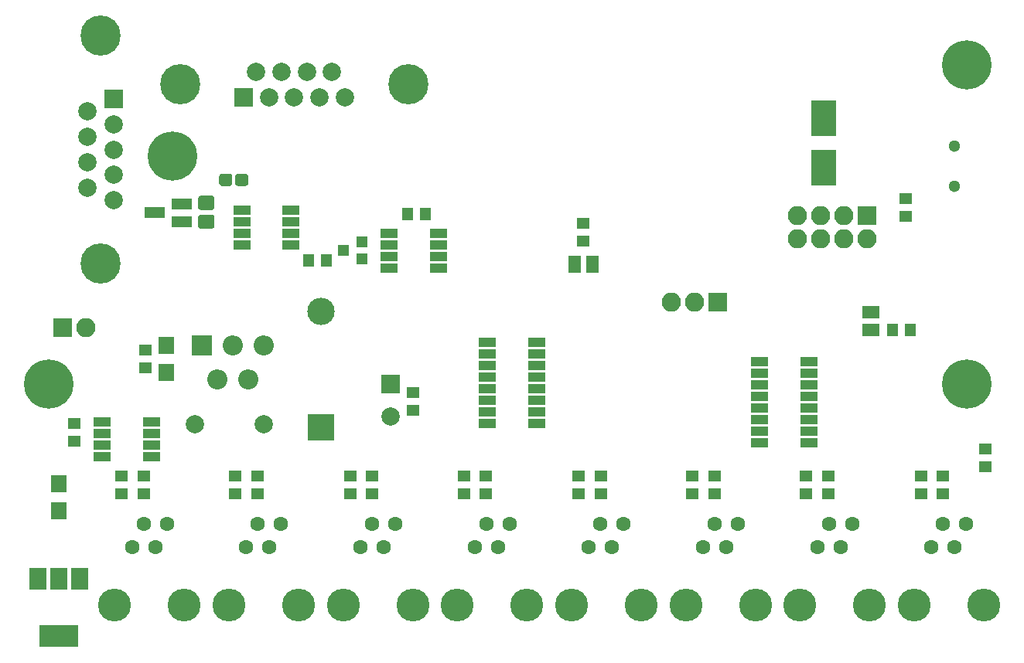
<source format=gbr>
G04 #@! TF.GenerationSoftware,KiCad,Pcbnew,(6.0.0-rc1-dev-1613-ga55d9819b)*
G04 #@! TF.CreationDate,2019-06-13T11:48:21+03:00
G04 #@! TF.ProjectId,stm32,73746d33-322e-46b6-9963-61645f706362,rev?*
G04 #@! TF.SameCoordinates,Original*
G04 #@! TF.FileFunction,Soldermask,Bot*
G04 #@! TF.FilePolarity,Negative*
%FSLAX46Y46*%
G04 Gerber Fmt 4.6, Leading zero omitted, Abs format (unit mm)*
G04 Created by KiCad (PCBNEW (6.0.0-rc1-dev-1613-ga55d9819b)) date Чт 13 июн 2019 11:48:21*
%MOMM*%
%LPD*%
G04 APERTURE LIST*
%ADD10R,2.000000X2.000000*%
%ADD11C,2.000000*%
%ADD12R,1.400000X1.245000*%
%ADD13C,5.400000*%
%ADD14C,1.600000*%
%ADD15C,3.600000*%
%ADD16R,1.800000X1.935000*%
%ADD17R,3.000000X3.000000*%
%ADD18O,3.000000X3.000000*%
%ADD19R,1.300000X1.200000*%
%ADD20R,2.700000X3.900000*%
%ADD21R,1.370000X1.900000*%
%ADD22R,1.900000X1.370000*%
%ADD23R,2.100000X2.100000*%
%ADD24O,2.100000X2.100000*%
%ADD25C,1.300000*%
%ADD26R,2.300000X1.200000*%
%ADD27R,1.245000X1.400000*%
%ADD28R,4.200000X2.400000*%
%ADD29R,1.900000X2.400000*%
%ADD30R,1.950000X1.000000*%
%ADD31R,1.900000X1.000000*%
%ADD32R,2.200000X2.200000*%
%ADD33O,2.200000X2.200000*%
%ADD34C,0.100000*%
%ADD35C,1.550000*%
%ADD36C,4.400000*%
%ADD37C,1.350000*%
G04 APERTURE END LIST*
D10*
X65849500Y-108013500D03*
D11*
X65849500Y-111513500D03*
D12*
X122301000Y-89618500D03*
X122301000Y-87693500D03*
D13*
X42000000Y-83000000D03*
D14*
X87595000Y-125800000D03*
X88865000Y-123260000D03*
X90135000Y-125800000D03*
X91405000Y-123260000D03*
D15*
X85690000Y-132150000D03*
X93310000Y-132150000D03*
D14*
X75095000Y-125800000D03*
X76365000Y-123260000D03*
X77635000Y-125800000D03*
X78905000Y-123260000D03*
D15*
X73190000Y-132150000D03*
X80810000Y-132150000D03*
D14*
X37595000Y-125800000D03*
X38865000Y-123260000D03*
X40135000Y-125800000D03*
X41405000Y-123260000D03*
D15*
X35690000Y-132150000D03*
X43310000Y-132150000D03*
D14*
X50095000Y-125800000D03*
X51365000Y-123260000D03*
X52635000Y-125800000D03*
X53905000Y-123260000D03*
D15*
X48190000Y-132150000D03*
X55810000Y-132150000D03*
D14*
X62595000Y-125800000D03*
X63865000Y-123260000D03*
X65135000Y-125800000D03*
X66405000Y-123260000D03*
D15*
X60690000Y-132150000D03*
X68310000Y-132150000D03*
D14*
X100095000Y-125800000D03*
X101365000Y-123260000D03*
X102635000Y-125800000D03*
X103905000Y-123260000D03*
D15*
X98190000Y-132150000D03*
X105810000Y-132150000D03*
D14*
X112595000Y-125800000D03*
X113865000Y-123260000D03*
X115135000Y-125800000D03*
X116405000Y-123260000D03*
D15*
X110690000Y-132150000D03*
X118310000Y-132150000D03*
D14*
X125095000Y-125800000D03*
X126365000Y-123260000D03*
X127635000Y-125800000D03*
X128905000Y-123260000D03*
D15*
X123190000Y-132150000D03*
X130810000Y-132150000D03*
D13*
X28500000Y-108000000D03*
X129000000Y-73000000D03*
X129000000Y-108000000D03*
D16*
X41351200Y-103784400D03*
X41351200Y-106719400D03*
X29591000Y-121863500D03*
X29591000Y-118928500D03*
D12*
X31242000Y-114246500D03*
X31242000Y-112321500D03*
X68326000Y-108902500D03*
X68326000Y-110827500D03*
X39014400Y-104241600D03*
X39014400Y-106166600D03*
D17*
X58229500Y-112712500D03*
D18*
X58229500Y-100012500D03*
D19*
X62738000Y-92397500D03*
X62738000Y-94297500D03*
X60738000Y-93347500D03*
D20*
X113284000Y-78834000D03*
X113284000Y-84234000D03*
D21*
X86040000Y-94869000D03*
X87950000Y-94869000D03*
D22*
X118491000Y-100137000D03*
X118491000Y-102047000D03*
D23*
X29972000Y-101803200D03*
D24*
X32512000Y-101803200D03*
D11*
X52006500Y-112395000D03*
X44506500Y-112395000D03*
D23*
X101727000Y-99034000D03*
D24*
X99187000Y-99034000D03*
X96647000Y-99034000D03*
D25*
X127639000Y-86274000D03*
X127639000Y-81874000D03*
D26*
X43053000Y-88270000D03*
X43053000Y-90170000D03*
X40053000Y-89220000D03*
D12*
X131000000Y-117000000D03*
X131000000Y-115075000D03*
D27*
X122745500Y-102044500D03*
X120820500Y-102044500D03*
X67734500Y-89344500D03*
X69659500Y-89344500D03*
D12*
X36449000Y-119961500D03*
X36449000Y-118036500D03*
X38862000Y-119961500D03*
X38862000Y-118036500D03*
X48895000Y-119961500D03*
X48895000Y-118036500D03*
X51308000Y-119961500D03*
X51308000Y-118036500D03*
X61468000Y-119961500D03*
X61468000Y-118036500D03*
X63881000Y-119961500D03*
X63881000Y-118036500D03*
X73914000Y-119961500D03*
X73914000Y-118036500D03*
X76327000Y-119961500D03*
X76327000Y-118036500D03*
X86487000Y-119961500D03*
X86487000Y-118036500D03*
X88900000Y-119961500D03*
X88900000Y-118036500D03*
X98933000Y-119961500D03*
X98933000Y-118036500D03*
X101346000Y-119961500D03*
X101346000Y-118036500D03*
X111379000Y-119961500D03*
X111379000Y-118036500D03*
X113792000Y-119961500D03*
X113792000Y-118036500D03*
X123952000Y-119961500D03*
X123952000Y-118036500D03*
X126365000Y-119961500D03*
X126365000Y-118036500D03*
D27*
X58864500Y-94424500D03*
X56939500Y-94424500D03*
D12*
X86995000Y-92329000D03*
X86995000Y-90404000D03*
D28*
X29591000Y-135611000D03*
D29*
X29591000Y-129311000D03*
X31891000Y-129311000D03*
X27291000Y-129311000D03*
D30*
X71153000Y-91440000D03*
X71153000Y-92710000D03*
X71153000Y-93980000D03*
X71153000Y-95250000D03*
X65753000Y-95250000D03*
X65753000Y-93980000D03*
X65753000Y-92710000D03*
X65753000Y-91440000D03*
D31*
X76500000Y-112270000D03*
X76500000Y-111000000D03*
X76500000Y-109730000D03*
X76500000Y-108460000D03*
X76500000Y-107190000D03*
X76500000Y-105920000D03*
X76500000Y-104650000D03*
X76500000Y-103380000D03*
X81900000Y-103380000D03*
X81900000Y-104650000D03*
X81900000Y-105920000D03*
X81900000Y-107190000D03*
X81900000Y-108460000D03*
X81900000Y-109730000D03*
X81900000Y-111000000D03*
X81900000Y-112270000D03*
X111700000Y-105555000D03*
X111700000Y-106825000D03*
X111700000Y-108095000D03*
X111700000Y-109365000D03*
X111700000Y-110635000D03*
X111700000Y-111905000D03*
X111700000Y-113175000D03*
X111700000Y-114445000D03*
X106300000Y-114445000D03*
X106300000Y-113175000D03*
X106300000Y-111905000D03*
X106300000Y-110635000D03*
X106300000Y-109365000D03*
X106300000Y-108095000D03*
X106300000Y-106825000D03*
X106300000Y-105555000D03*
D30*
X34300000Y-115905000D03*
X34300000Y-114635000D03*
X34300000Y-113365000D03*
X34300000Y-112095000D03*
X39700000Y-112095000D03*
X39700000Y-113365000D03*
X39700000Y-114635000D03*
X39700000Y-115905000D03*
X49591000Y-92710000D03*
X49591000Y-91440000D03*
X49591000Y-90170000D03*
X49591000Y-88900000D03*
X54991000Y-88900000D03*
X54991000Y-90170000D03*
X54991000Y-91440000D03*
X54991000Y-92710000D03*
D32*
X45212000Y-103759000D03*
D33*
X46912000Y-107459000D03*
X48612000Y-103759000D03*
X50312000Y-107459000D03*
X52012000Y-103759000D03*
D34*
G36*
X46316071Y-89396623D02*
G01*
X46348781Y-89401475D01*
X46380857Y-89409509D01*
X46411991Y-89420649D01*
X46441884Y-89434787D01*
X46470247Y-89451787D01*
X46496807Y-89471485D01*
X46521308Y-89493692D01*
X46543515Y-89518193D01*
X46563213Y-89544753D01*
X46580213Y-89573116D01*
X46594351Y-89603009D01*
X46605491Y-89634143D01*
X46613525Y-89666219D01*
X46618377Y-89698929D01*
X46620000Y-89731956D01*
X46620000Y-90608044D01*
X46618377Y-90641071D01*
X46613525Y-90673781D01*
X46605491Y-90705857D01*
X46594351Y-90736991D01*
X46580213Y-90766884D01*
X46563213Y-90795247D01*
X46543515Y-90821807D01*
X46521308Y-90846308D01*
X46496807Y-90868515D01*
X46470247Y-90888213D01*
X46441884Y-90905213D01*
X46411991Y-90919351D01*
X46380857Y-90930491D01*
X46348781Y-90938525D01*
X46316071Y-90943377D01*
X46283044Y-90945000D01*
X45156956Y-90945000D01*
X45123929Y-90943377D01*
X45091219Y-90938525D01*
X45059143Y-90930491D01*
X45028009Y-90919351D01*
X44998116Y-90905213D01*
X44969753Y-90888213D01*
X44943193Y-90868515D01*
X44918692Y-90846308D01*
X44896485Y-90821807D01*
X44876787Y-90795247D01*
X44859787Y-90766884D01*
X44845649Y-90736991D01*
X44834509Y-90705857D01*
X44826475Y-90673781D01*
X44821623Y-90641071D01*
X44820000Y-90608044D01*
X44820000Y-89731956D01*
X44821623Y-89698929D01*
X44826475Y-89666219D01*
X44834509Y-89634143D01*
X44845649Y-89603009D01*
X44859787Y-89573116D01*
X44876787Y-89544753D01*
X44896485Y-89518193D01*
X44918692Y-89493692D01*
X44943193Y-89471485D01*
X44969753Y-89451787D01*
X44998116Y-89434787D01*
X45028009Y-89420649D01*
X45059143Y-89409509D01*
X45091219Y-89401475D01*
X45123929Y-89396623D01*
X45156956Y-89395000D01*
X46283044Y-89395000D01*
X46316071Y-89396623D01*
X46316071Y-89396623D01*
G37*
D35*
X45720000Y-90170000D03*
D34*
G36*
X46316071Y-87346623D02*
G01*
X46348781Y-87351475D01*
X46380857Y-87359509D01*
X46411991Y-87370649D01*
X46441884Y-87384787D01*
X46470247Y-87401787D01*
X46496807Y-87421485D01*
X46521308Y-87443692D01*
X46543515Y-87468193D01*
X46563213Y-87494753D01*
X46580213Y-87523116D01*
X46594351Y-87553009D01*
X46605491Y-87584143D01*
X46613525Y-87616219D01*
X46618377Y-87648929D01*
X46620000Y-87681956D01*
X46620000Y-88558044D01*
X46618377Y-88591071D01*
X46613525Y-88623781D01*
X46605491Y-88655857D01*
X46594351Y-88686991D01*
X46580213Y-88716884D01*
X46563213Y-88745247D01*
X46543515Y-88771807D01*
X46521308Y-88796308D01*
X46496807Y-88818515D01*
X46470247Y-88838213D01*
X46441884Y-88855213D01*
X46411991Y-88869351D01*
X46380857Y-88880491D01*
X46348781Y-88888525D01*
X46316071Y-88893377D01*
X46283044Y-88895000D01*
X45156956Y-88895000D01*
X45123929Y-88893377D01*
X45091219Y-88888525D01*
X45059143Y-88880491D01*
X45028009Y-88869351D01*
X44998116Y-88855213D01*
X44969753Y-88838213D01*
X44943193Y-88818515D01*
X44918692Y-88796308D01*
X44896485Y-88771807D01*
X44876787Y-88745247D01*
X44859787Y-88716884D01*
X44845649Y-88686991D01*
X44834509Y-88655857D01*
X44826475Y-88623781D01*
X44821623Y-88591071D01*
X44820000Y-88558044D01*
X44820000Y-87681956D01*
X44821623Y-87648929D01*
X44826475Y-87616219D01*
X44834509Y-87584143D01*
X44845649Y-87553009D01*
X44859787Y-87523116D01*
X44876787Y-87494753D01*
X44896485Y-87468193D01*
X44918692Y-87443692D01*
X44943193Y-87421485D01*
X44969753Y-87401787D01*
X44998116Y-87384787D01*
X45028009Y-87370649D01*
X45059143Y-87359509D01*
X45091219Y-87351475D01*
X45123929Y-87346623D01*
X45156956Y-87345000D01*
X46283044Y-87345000D01*
X46316071Y-87346623D01*
X46316071Y-87346623D01*
G37*
D35*
X45720000Y-88120000D03*
D10*
X49784000Y-76581000D03*
D11*
X52554000Y-76581000D03*
X55324000Y-76581000D03*
X58094000Y-76581000D03*
X60864000Y-76581000D03*
X51169000Y-73741000D03*
X53939000Y-73741000D03*
X56709000Y-73741000D03*
X59479000Y-73741000D03*
D36*
X67824000Y-75161000D03*
X42824000Y-75161000D03*
D10*
X35542500Y-76744000D03*
D11*
X35542500Y-79514000D03*
X35542500Y-82284000D03*
X35542500Y-85054000D03*
X35542500Y-87824000D03*
X32702500Y-78129000D03*
X32702500Y-80899000D03*
X32702500Y-83669000D03*
X32702500Y-86439000D03*
D36*
X34122500Y-69784000D03*
X34122500Y-94784000D03*
D23*
X118040000Y-89500000D03*
D24*
X118040000Y-92040000D03*
X115500000Y-89500000D03*
X115500000Y-92040000D03*
X112960000Y-89500000D03*
X112960000Y-92040000D03*
X110420000Y-89500000D03*
X110420000Y-92040000D03*
D34*
G36*
X48264081Y-84924625D02*
G01*
X48296843Y-84929485D01*
X48328971Y-84937533D01*
X48360156Y-84948691D01*
X48390096Y-84962852D01*
X48418505Y-84979879D01*
X48445108Y-84999609D01*
X48469649Y-85021851D01*
X48491891Y-85046392D01*
X48511621Y-85072995D01*
X48528648Y-85101404D01*
X48542809Y-85131344D01*
X48553967Y-85162529D01*
X48562015Y-85194657D01*
X48566875Y-85227419D01*
X48568500Y-85260500D01*
X48568500Y-85935500D01*
X48566875Y-85968581D01*
X48562015Y-86001343D01*
X48553967Y-86033471D01*
X48542809Y-86064656D01*
X48528648Y-86094596D01*
X48511621Y-86123005D01*
X48491891Y-86149608D01*
X48469649Y-86174149D01*
X48445108Y-86196391D01*
X48418505Y-86216121D01*
X48390096Y-86233148D01*
X48360156Y-86247309D01*
X48328971Y-86258467D01*
X48296843Y-86266515D01*
X48264081Y-86271375D01*
X48231000Y-86273000D01*
X47456000Y-86273000D01*
X47422919Y-86271375D01*
X47390157Y-86266515D01*
X47358029Y-86258467D01*
X47326844Y-86247309D01*
X47296904Y-86233148D01*
X47268495Y-86216121D01*
X47241892Y-86196391D01*
X47217351Y-86174149D01*
X47195109Y-86149608D01*
X47175379Y-86123005D01*
X47158352Y-86094596D01*
X47144191Y-86064656D01*
X47133033Y-86033471D01*
X47124985Y-86001343D01*
X47120125Y-85968581D01*
X47118500Y-85935500D01*
X47118500Y-85260500D01*
X47120125Y-85227419D01*
X47124985Y-85194657D01*
X47133033Y-85162529D01*
X47144191Y-85131344D01*
X47158352Y-85101404D01*
X47175379Y-85072995D01*
X47195109Y-85046392D01*
X47217351Y-85021851D01*
X47241892Y-84999609D01*
X47268495Y-84979879D01*
X47296904Y-84962852D01*
X47326844Y-84948691D01*
X47358029Y-84937533D01*
X47390157Y-84929485D01*
X47422919Y-84924625D01*
X47456000Y-84923000D01*
X48231000Y-84923000D01*
X48264081Y-84924625D01*
X48264081Y-84924625D01*
G37*
D37*
X47843500Y-85598000D03*
D34*
G36*
X50014081Y-84924625D02*
G01*
X50046843Y-84929485D01*
X50078971Y-84937533D01*
X50110156Y-84948691D01*
X50140096Y-84962852D01*
X50168505Y-84979879D01*
X50195108Y-84999609D01*
X50219649Y-85021851D01*
X50241891Y-85046392D01*
X50261621Y-85072995D01*
X50278648Y-85101404D01*
X50292809Y-85131344D01*
X50303967Y-85162529D01*
X50312015Y-85194657D01*
X50316875Y-85227419D01*
X50318500Y-85260500D01*
X50318500Y-85935500D01*
X50316875Y-85968581D01*
X50312015Y-86001343D01*
X50303967Y-86033471D01*
X50292809Y-86064656D01*
X50278648Y-86094596D01*
X50261621Y-86123005D01*
X50241891Y-86149608D01*
X50219649Y-86174149D01*
X50195108Y-86196391D01*
X50168505Y-86216121D01*
X50140096Y-86233148D01*
X50110156Y-86247309D01*
X50078971Y-86258467D01*
X50046843Y-86266515D01*
X50014081Y-86271375D01*
X49981000Y-86273000D01*
X49206000Y-86273000D01*
X49172919Y-86271375D01*
X49140157Y-86266515D01*
X49108029Y-86258467D01*
X49076844Y-86247309D01*
X49046904Y-86233148D01*
X49018495Y-86216121D01*
X48991892Y-86196391D01*
X48967351Y-86174149D01*
X48945109Y-86149608D01*
X48925379Y-86123005D01*
X48908352Y-86094596D01*
X48894191Y-86064656D01*
X48883033Y-86033471D01*
X48874985Y-86001343D01*
X48870125Y-85968581D01*
X48868500Y-85935500D01*
X48868500Y-85260500D01*
X48870125Y-85227419D01*
X48874985Y-85194657D01*
X48883033Y-85162529D01*
X48894191Y-85131344D01*
X48908352Y-85101404D01*
X48925379Y-85072995D01*
X48945109Y-85046392D01*
X48967351Y-85021851D01*
X48991892Y-84999609D01*
X49018495Y-84979879D01*
X49046904Y-84962852D01*
X49076844Y-84948691D01*
X49108029Y-84937533D01*
X49140157Y-84929485D01*
X49172919Y-84924625D01*
X49206000Y-84923000D01*
X49981000Y-84923000D01*
X50014081Y-84924625D01*
X50014081Y-84924625D01*
G37*
D37*
X49593500Y-85598000D03*
M02*

</source>
